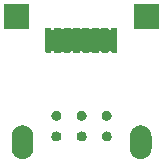
<source format=gts>
G04 #@! TF.GenerationSoftware,KiCad,Pcbnew,7.0.7*
G04 #@! TF.CreationDate,2023-12-22T11:29:53-08:00*
G04 #@! TF.ProjectId,Micro_AGB_Dongle,4d696372-6f5f-4414-9742-5f446f6e676c,rev?*
G04 #@! TF.SameCoordinates,Original*
G04 #@! TF.FileFunction,Soldermask,Top*
G04 #@! TF.FilePolarity,Negative*
%FSLAX46Y46*%
G04 Gerber Fmt 4.6, Leading zero omitted, Abs format (unit mm)*
G04 Created by KiCad (PCBNEW 7.0.7) date 2023-12-22 11:29:53*
%MOMM*%
%LPD*%
G01*
G04 APERTURE LIST*
G04 APERTURE END LIST*
G36*
X227345372Y-128979073D02*
G01*
X227396793Y-128979073D01*
X227441198Y-128988511D01*
X227480533Y-128992386D01*
X227529948Y-129007375D01*
X227586150Y-129019322D01*
X227622115Y-129035334D01*
X227654136Y-129045048D01*
X227705024Y-129072247D01*
X227763000Y-129098060D01*
X227789950Y-129117641D01*
X227814121Y-129130560D01*
X227863429Y-129171026D01*
X227919615Y-129211848D01*
X227937857Y-129232108D01*
X227954353Y-129245646D01*
X227998681Y-129299659D01*
X228049150Y-129355711D01*
X228059752Y-129374074D01*
X228069439Y-129385878D01*
X228105266Y-129452908D01*
X228145943Y-129523362D01*
X228150623Y-129537766D01*
X228154951Y-129545863D01*
X228178810Y-129624517D01*
X228205765Y-129707474D01*
X228206713Y-129716501D01*
X228207613Y-129719466D01*
X228216376Y-129808440D01*
X228226000Y-129900000D01*
X228226000Y-130900000D01*
X228216375Y-130991574D01*
X228207613Y-131080533D01*
X228206714Y-131083496D01*
X228205765Y-131092526D01*
X228178806Y-131175496D01*
X228154951Y-131254136D01*
X228150624Y-131262231D01*
X228145943Y-131276638D01*
X228105259Y-131347103D01*
X228069439Y-131414121D01*
X228059754Y-131425921D01*
X228049150Y-131444289D01*
X227998671Y-131500350D01*
X227954353Y-131554353D01*
X227937861Y-131567887D01*
X227919615Y-131588152D01*
X227863418Y-131628980D01*
X227814121Y-131669439D01*
X227789956Y-131682355D01*
X227763000Y-131701940D01*
X227705012Y-131727757D01*
X227654136Y-131754951D01*
X227622122Y-131764662D01*
X227586150Y-131780678D01*
X227529937Y-131792626D01*
X227480533Y-131807613D01*
X227441207Y-131811486D01*
X227396793Y-131820927D01*
X227345361Y-131820927D01*
X227299999Y-131825395D01*
X227254637Y-131820927D01*
X227203207Y-131820927D01*
X227158793Y-131811486D01*
X227119466Y-131807613D01*
X227070059Y-131792625D01*
X227013850Y-131780678D01*
X226977880Y-131764663D01*
X226945863Y-131754951D01*
X226894981Y-131727754D01*
X226837000Y-131701940D01*
X226810046Y-131682357D01*
X226785878Y-131669439D01*
X226736572Y-131628974D01*
X226680385Y-131588152D01*
X226662141Y-131567890D01*
X226645646Y-131554353D01*
X226601316Y-131500338D01*
X226550850Y-131444289D01*
X226540248Y-131425925D01*
X226530560Y-131414121D01*
X226494726Y-131347080D01*
X226454057Y-131276638D01*
X226449377Y-131262236D01*
X226445048Y-131254136D01*
X226421178Y-131175450D01*
X226394235Y-131092526D01*
X226393286Y-131083501D01*
X226392386Y-131080533D01*
X226383616Y-130991495D01*
X226374000Y-130900000D01*
X226374000Y-129900000D01*
X226383614Y-129808519D01*
X226392386Y-129719466D01*
X226393286Y-129716496D01*
X226394235Y-129707474D01*
X226421174Y-129624564D01*
X226445048Y-129545863D01*
X226449378Y-129537761D01*
X226454057Y-129523362D01*
X226494719Y-129452932D01*
X226530560Y-129385878D01*
X226540250Y-129374070D01*
X226550850Y-129355711D01*
X226601307Y-129299672D01*
X226645646Y-129245646D01*
X226662144Y-129232105D01*
X226680385Y-129211848D01*
X226736561Y-129171033D01*
X226785878Y-129130560D01*
X226810051Y-129117639D01*
X226837000Y-129098060D01*
X226894969Y-129072250D01*
X226945863Y-129045048D01*
X226977887Y-129035333D01*
X227013850Y-129019322D01*
X227070048Y-129007376D01*
X227119466Y-128992386D01*
X227158802Y-128988511D01*
X227203207Y-128979073D01*
X227254628Y-128979073D01*
X227300000Y-128974604D01*
X227345372Y-128979073D01*
G37*
G36*
X237345372Y-128979073D02*
G01*
X237396793Y-128979073D01*
X237441198Y-128988511D01*
X237480533Y-128992386D01*
X237529948Y-129007375D01*
X237586150Y-129019322D01*
X237622115Y-129035334D01*
X237654136Y-129045048D01*
X237705024Y-129072247D01*
X237763000Y-129098060D01*
X237789950Y-129117641D01*
X237814121Y-129130560D01*
X237863429Y-129171026D01*
X237919615Y-129211848D01*
X237937857Y-129232108D01*
X237954353Y-129245646D01*
X237998681Y-129299659D01*
X238049150Y-129355711D01*
X238059752Y-129374074D01*
X238069439Y-129385878D01*
X238105266Y-129452908D01*
X238145943Y-129523362D01*
X238150623Y-129537766D01*
X238154951Y-129545863D01*
X238178810Y-129624517D01*
X238205765Y-129707474D01*
X238206713Y-129716501D01*
X238207613Y-129719466D01*
X238216376Y-129808440D01*
X238226000Y-129900000D01*
X238226000Y-130900000D01*
X238216375Y-130991574D01*
X238207613Y-131080533D01*
X238206714Y-131083496D01*
X238205765Y-131092526D01*
X238178806Y-131175496D01*
X238154951Y-131254136D01*
X238150624Y-131262231D01*
X238145943Y-131276638D01*
X238105259Y-131347103D01*
X238069439Y-131414121D01*
X238059754Y-131425921D01*
X238049150Y-131444289D01*
X237998671Y-131500350D01*
X237954353Y-131554353D01*
X237937861Y-131567887D01*
X237919615Y-131588152D01*
X237863418Y-131628980D01*
X237814121Y-131669439D01*
X237789956Y-131682355D01*
X237763000Y-131701940D01*
X237705012Y-131727757D01*
X237654136Y-131754951D01*
X237622122Y-131764662D01*
X237586150Y-131780678D01*
X237529937Y-131792626D01*
X237480533Y-131807613D01*
X237441207Y-131811486D01*
X237396793Y-131820927D01*
X237345361Y-131820927D01*
X237299999Y-131825395D01*
X237254637Y-131820927D01*
X237203207Y-131820927D01*
X237158793Y-131811486D01*
X237119466Y-131807613D01*
X237070059Y-131792625D01*
X237013850Y-131780678D01*
X236977880Y-131764663D01*
X236945863Y-131754951D01*
X236894981Y-131727754D01*
X236837000Y-131701940D01*
X236810046Y-131682357D01*
X236785878Y-131669439D01*
X236736572Y-131628974D01*
X236680385Y-131588152D01*
X236662141Y-131567890D01*
X236645646Y-131554353D01*
X236601316Y-131500338D01*
X236550850Y-131444289D01*
X236540248Y-131425925D01*
X236530560Y-131414121D01*
X236494726Y-131347080D01*
X236454057Y-131276638D01*
X236449377Y-131262236D01*
X236445048Y-131254136D01*
X236421178Y-131175450D01*
X236394235Y-131092526D01*
X236393286Y-131083501D01*
X236392386Y-131080533D01*
X236383616Y-130991495D01*
X236374000Y-130900000D01*
X236374000Y-129900000D01*
X236383614Y-129808519D01*
X236392386Y-129719466D01*
X236393286Y-129716496D01*
X236394235Y-129707474D01*
X236421174Y-129624564D01*
X236445048Y-129545863D01*
X236449378Y-129537761D01*
X236454057Y-129523362D01*
X236494719Y-129452932D01*
X236530560Y-129385878D01*
X236540250Y-129374070D01*
X236550850Y-129355711D01*
X236601307Y-129299672D01*
X236645646Y-129245646D01*
X236662144Y-129232105D01*
X236680385Y-129211848D01*
X236736561Y-129171033D01*
X236785878Y-129130560D01*
X236810051Y-129117639D01*
X236837000Y-129098060D01*
X236894969Y-129072250D01*
X236945863Y-129045048D01*
X236977887Y-129035333D01*
X237013850Y-129019322D01*
X237070048Y-129007376D01*
X237119466Y-128992386D01*
X237158802Y-128988511D01*
X237203207Y-128979073D01*
X237254628Y-128979073D01*
X237300000Y-128974604D01*
X237345372Y-128979073D01*
G37*
G36*
X230215362Y-129480392D02*
G01*
X230284979Y-129489558D01*
X230292253Y-129492571D01*
X230306641Y-129494850D01*
X230345256Y-129514525D01*
X230387461Y-129532007D01*
X230403064Y-129543980D01*
X230425397Y-129555359D01*
X230450142Y-129580104D01*
X230475466Y-129599536D01*
X230494896Y-129624858D01*
X230519641Y-129649603D01*
X230531020Y-129671936D01*
X230542991Y-129687537D01*
X230560469Y-129729733D01*
X230580150Y-129768359D01*
X230582429Y-129782748D01*
X230585441Y-129790020D01*
X230594602Y-129859605D01*
X230601000Y-129900000D01*
X230594600Y-129940402D01*
X230585441Y-130009979D01*
X230582429Y-130017249D01*
X230580150Y-130031641D01*
X230560469Y-130070266D01*
X230542992Y-130112461D01*
X230531022Y-130128060D01*
X230519641Y-130150397D01*
X230494889Y-130175148D01*
X230475464Y-130200464D01*
X230450148Y-130219889D01*
X230425397Y-130244641D01*
X230403060Y-130256022D01*
X230387461Y-130267992D01*
X230345266Y-130285469D01*
X230306641Y-130305150D01*
X230292249Y-130307429D01*
X230284979Y-130310441D01*
X230215399Y-130319601D01*
X230175000Y-130326000D01*
X230134602Y-130319601D01*
X230065020Y-130310441D01*
X230057748Y-130307429D01*
X230043359Y-130305150D01*
X230004737Y-130285471D01*
X229962538Y-130267992D01*
X229946936Y-130256020D01*
X229924603Y-130244641D01*
X229899854Y-130219892D01*
X229874535Y-130200464D01*
X229855106Y-130175144D01*
X229830359Y-130150397D01*
X229818979Y-130128064D01*
X229807007Y-130112461D01*
X229789525Y-130070256D01*
X229769850Y-130031641D01*
X229767571Y-130017253D01*
X229764558Y-130009979D01*
X229755393Y-129940365D01*
X229749000Y-129900000D01*
X229755392Y-129859642D01*
X229764558Y-129790020D01*
X229767571Y-129782744D01*
X229769850Y-129768359D01*
X229789525Y-129729744D01*
X229807008Y-129687537D01*
X229818981Y-129671932D01*
X229830359Y-129649603D01*
X229855097Y-129624864D01*
X229874534Y-129599534D01*
X229899864Y-129580097D01*
X229924603Y-129555359D01*
X229946932Y-129543981D01*
X229962537Y-129532008D01*
X230004744Y-129514525D01*
X230043359Y-129494850D01*
X230057744Y-129492571D01*
X230065020Y-129489558D01*
X230134639Y-129480392D01*
X230175000Y-129474000D01*
X230215362Y-129480392D01*
G37*
G36*
X232340362Y-129480392D02*
G01*
X232409979Y-129489558D01*
X232417253Y-129492571D01*
X232431641Y-129494850D01*
X232470256Y-129514525D01*
X232512461Y-129532007D01*
X232528064Y-129543980D01*
X232550397Y-129555359D01*
X232575142Y-129580104D01*
X232600466Y-129599536D01*
X232619896Y-129624858D01*
X232644641Y-129649603D01*
X232656020Y-129671936D01*
X232667991Y-129687537D01*
X232685469Y-129729733D01*
X232705150Y-129768359D01*
X232707429Y-129782748D01*
X232710441Y-129790020D01*
X232719601Y-129859602D01*
X232726000Y-129900000D01*
X232719601Y-129940399D01*
X232710441Y-130009979D01*
X232707429Y-130017249D01*
X232705150Y-130031641D01*
X232685469Y-130070266D01*
X232667992Y-130112461D01*
X232656022Y-130128060D01*
X232644641Y-130150397D01*
X232619889Y-130175148D01*
X232600464Y-130200464D01*
X232575148Y-130219889D01*
X232550397Y-130244641D01*
X232528060Y-130256022D01*
X232512461Y-130267992D01*
X232470266Y-130285469D01*
X232431641Y-130305150D01*
X232417249Y-130307429D01*
X232409979Y-130310441D01*
X232340399Y-130319601D01*
X232300000Y-130326000D01*
X232259602Y-130319601D01*
X232190020Y-130310441D01*
X232182748Y-130307429D01*
X232168359Y-130305150D01*
X232129737Y-130285471D01*
X232087538Y-130267992D01*
X232071936Y-130256020D01*
X232049603Y-130244641D01*
X232024854Y-130219892D01*
X231999535Y-130200464D01*
X231980106Y-130175144D01*
X231955359Y-130150397D01*
X231943979Y-130128064D01*
X231932007Y-130112461D01*
X231914525Y-130070256D01*
X231894850Y-130031641D01*
X231892571Y-130017253D01*
X231889558Y-130009979D01*
X231880393Y-129940365D01*
X231874000Y-129900000D01*
X231880392Y-129859642D01*
X231889558Y-129790020D01*
X231892571Y-129782744D01*
X231894850Y-129768359D01*
X231914525Y-129729744D01*
X231932008Y-129687537D01*
X231943981Y-129671932D01*
X231955359Y-129649603D01*
X231980097Y-129624864D01*
X231999534Y-129599534D01*
X232024864Y-129580097D01*
X232049603Y-129555359D01*
X232071932Y-129543981D01*
X232087537Y-129532008D01*
X232129744Y-129514525D01*
X232168359Y-129494850D01*
X232182744Y-129492571D01*
X232190020Y-129489558D01*
X232259639Y-129480392D01*
X232300000Y-129474000D01*
X232340362Y-129480392D01*
G37*
G36*
X234465365Y-129480393D02*
G01*
X234534979Y-129489558D01*
X234542253Y-129492571D01*
X234556641Y-129494850D01*
X234595256Y-129514525D01*
X234637461Y-129532007D01*
X234653064Y-129543980D01*
X234675397Y-129555359D01*
X234700142Y-129580104D01*
X234725466Y-129599536D01*
X234744896Y-129624858D01*
X234769641Y-129649603D01*
X234781020Y-129671936D01*
X234792991Y-129687537D01*
X234810469Y-129729733D01*
X234830150Y-129768359D01*
X234832429Y-129782748D01*
X234835441Y-129790020D01*
X234844602Y-129859605D01*
X234851000Y-129900000D01*
X234844600Y-129940402D01*
X234835441Y-130009979D01*
X234832429Y-130017249D01*
X234830150Y-130031641D01*
X234810469Y-130070266D01*
X234792992Y-130112461D01*
X234781022Y-130128060D01*
X234769641Y-130150397D01*
X234744889Y-130175148D01*
X234725464Y-130200464D01*
X234700148Y-130219889D01*
X234675397Y-130244641D01*
X234653060Y-130256022D01*
X234637461Y-130267992D01*
X234595266Y-130285469D01*
X234556641Y-130305150D01*
X234542249Y-130307429D01*
X234534979Y-130310441D01*
X234465399Y-130319601D01*
X234425000Y-130326000D01*
X234384602Y-130319601D01*
X234315020Y-130310441D01*
X234307748Y-130307429D01*
X234293359Y-130305150D01*
X234254737Y-130285471D01*
X234212538Y-130267992D01*
X234196936Y-130256020D01*
X234174603Y-130244641D01*
X234149854Y-130219892D01*
X234124535Y-130200464D01*
X234105106Y-130175144D01*
X234080359Y-130150397D01*
X234068979Y-130128064D01*
X234057007Y-130112461D01*
X234039525Y-130070256D01*
X234019850Y-130031641D01*
X234017571Y-130017253D01*
X234014558Y-130009979D01*
X234005393Y-129940365D01*
X233999000Y-129900000D01*
X234005392Y-129859642D01*
X234014558Y-129790020D01*
X234017571Y-129782744D01*
X234019850Y-129768359D01*
X234039525Y-129729744D01*
X234057008Y-129687537D01*
X234068981Y-129671932D01*
X234080359Y-129649603D01*
X234105097Y-129624864D01*
X234124534Y-129599534D01*
X234149864Y-129580097D01*
X234174603Y-129555359D01*
X234196932Y-129543981D01*
X234212537Y-129532008D01*
X234254744Y-129514525D01*
X234293359Y-129494850D01*
X234307744Y-129492571D01*
X234315020Y-129489558D01*
X234384642Y-129480392D01*
X234425000Y-129474000D01*
X234465365Y-129480393D01*
G37*
G36*
X230215365Y-127730393D02*
G01*
X230284979Y-127739558D01*
X230292253Y-127742571D01*
X230306641Y-127744850D01*
X230345256Y-127764525D01*
X230387461Y-127782007D01*
X230403064Y-127793980D01*
X230425397Y-127805359D01*
X230450142Y-127830104D01*
X230475466Y-127849536D01*
X230494896Y-127874858D01*
X230519641Y-127899603D01*
X230531020Y-127921936D01*
X230542991Y-127937537D01*
X230560469Y-127979733D01*
X230580150Y-128018359D01*
X230582429Y-128032748D01*
X230585441Y-128040020D01*
X230594602Y-128109605D01*
X230601000Y-128150000D01*
X230594600Y-128190402D01*
X230585441Y-128259979D01*
X230582429Y-128267249D01*
X230580150Y-128281641D01*
X230560469Y-128320266D01*
X230542992Y-128362461D01*
X230531022Y-128378060D01*
X230519641Y-128400397D01*
X230494889Y-128425148D01*
X230475464Y-128450464D01*
X230450148Y-128469889D01*
X230425397Y-128494641D01*
X230403060Y-128506022D01*
X230387461Y-128517992D01*
X230345266Y-128535469D01*
X230306641Y-128555150D01*
X230292249Y-128557429D01*
X230284979Y-128560441D01*
X230215399Y-128569601D01*
X230175000Y-128576000D01*
X230134602Y-128569601D01*
X230065020Y-128560441D01*
X230057748Y-128557429D01*
X230043359Y-128555150D01*
X230004737Y-128535471D01*
X229962538Y-128517992D01*
X229946936Y-128506020D01*
X229924603Y-128494641D01*
X229899854Y-128469892D01*
X229874535Y-128450464D01*
X229855106Y-128425144D01*
X229830359Y-128400397D01*
X229818979Y-128378064D01*
X229807007Y-128362461D01*
X229789525Y-128320256D01*
X229769850Y-128281641D01*
X229767571Y-128267253D01*
X229764558Y-128259979D01*
X229755393Y-128190365D01*
X229749000Y-128150000D01*
X229755392Y-128109642D01*
X229764558Y-128040020D01*
X229767571Y-128032744D01*
X229769850Y-128018359D01*
X229789525Y-127979744D01*
X229807008Y-127937537D01*
X229818981Y-127921932D01*
X229830359Y-127899603D01*
X229855097Y-127874864D01*
X229874534Y-127849534D01*
X229899864Y-127830097D01*
X229924603Y-127805359D01*
X229946932Y-127793981D01*
X229962537Y-127782008D01*
X230004744Y-127764525D01*
X230043359Y-127744850D01*
X230057744Y-127742571D01*
X230065020Y-127739558D01*
X230134642Y-127730392D01*
X230175000Y-127724000D01*
X230215365Y-127730393D01*
G37*
G36*
X232340362Y-127730392D02*
G01*
X232409979Y-127739558D01*
X232417253Y-127742571D01*
X232431641Y-127744850D01*
X232470256Y-127764525D01*
X232512461Y-127782007D01*
X232528064Y-127793980D01*
X232550397Y-127805359D01*
X232575142Y-127830104D01*
X232600466Y-127849536D01*
X232619896Y-127874858D01*
X232644641Y-127899603D01*
X232656020Y-127921936D01*
X232667991Y-127937537D01*
X232685469Y-127979733D01*
X232705150Y-128018359D01*
X232707429Y-128032748D01*
X232710441Y-128040020D01*
X232719601Y-128109602D01*
X232726000Y-128150000D01*
X232719601Y-128190399D01*
X232710441Y-128259979D01*
X232707429Y-128267249D01*
X232705150Y-128281641D01*
X232685469Y-128320266D01*
X232667992Y-128362461D01*
X232656022Y-128378060D01*
X232644641Y-128400397D01*
X232619889Y-128425148D01*
X232600464Y-128450464D01*
X232575148Y-128469889D01*
X232550397Y-128494641D01*
X232528060Y-128506022D01*
X232512461Y-128517992D01*
X232470266Y-128535469D01*
X232431641Y-128555150D01*
X232417249Y-128557429D01*
X232409979Y-128560441D01*
X232340402Y-128569600D01*
X232300000Y-128576000D01*
X232259605Y-128569602D01*
X232190020Y-128560441D01*
X232182748Y-128557429D01*
X232168359Y-128555150D01*
X232129737Y-128535471D01*
X232087538Y-128517992D01*
X232071936Y-128506020D01*
X232049603Y-128494641D01*
X232024854Y-128469892D01*
X231999535Y-128450464D01*
X231980106Y-128425144D01*
X231955359Y-128400397D01*
X231943979Y-128378064D01*
X231932007Y-128362461D01*
X231914525Y-128320256D01*
X231894850Y-128281641D01*
X231892571Y-128267253D01*
X231889558Y-128259979D01*
X231880392Y-128190362D01*
X231874000Y-128150000D01*
X231880392Y-128109639D01*
X231889558Y-128040020D01*
X231892571Y-128032744D01*
X231894850Y-128018359D01*
X231914525Y-127979744D01*
X231932008Y-127937537D01*
X231943981Y-127921932D01*
X231955359Y-127899603D01*
X231980097Y-127874864D01*
X231999534Y-127849534D01*
X232024864Y-127830097D01*
X232049603Y-127805359D01*
X232071932Y-127793981D01*
X232087537Y-127782008D01*
X232129744Y-127764525D01*
X232168359Y-127744850D01*
X232182744Y-127742571D01*
X232190020Y-127739558D01*
X232259639Y-127730392D01*
X232300000Y-127724000D01*
X232340362Y-127730392D01*
G37*
G36*
X234465365Y-127730393D02*
G01*
X234534979Y-127739558D01*
X234542253Y-127742571D01*
X234556641Y-127744850D01*
X234595256Y-127764525D01*
X234637461Y-127782007D01*
X234653064Y-127793980D01*
X234675397Y-127805359D01*
X234700142Y-127830104D01*
X234725466Y-127849536D01*
X234744896Y-127874858D01*
X234769641Y-127899603D01*
X234781020Y-127921936D01*
X234792991Y-127937537D01*
X234810469Y-127979733D01*
X234830150Y-128018359D01*
X234832429Y-128032748D01*
X234835441Y-128040020D01*
X234844602Y-128109605D01*
X234851000Y-128150000D01*
X234844600Y-128190402D01*
X234835441Y-128259979D01*
X234832429Y-128267249D01*
X234830150Y-128281641D01*
X234810469Y-128320266D01*
X234792992Y-128362461D01*
X234781022Y-128378060D01*
X234769641Y-128400397D01*
X234744889Y-128425148D01*
X234725464Y-128450464D01*
X234700148Y-128469889D01*
X234675397Y-128494641D01*
X234653060Y-128506022D01*
X234637461Y-128517992D01*
X234595266Y-128535469D01*
X234556641Y-128555150D01*
X234542249Y-128557429D01*
X234534979Y-128560441D01*
X234465399Y-128569601D01*
X234425000Y-128576000D01*
X234384602Y-128569601D01*
X234315020Y-128560441D01*
X234307748Y-128557429D01*
X234293359Y-128555150D01*
X234254737Y-128535471D01*
X234212538Y-128517992D01*
X234196936Y-128506020D01*
X234174603Y-128494641D01*
X234149854Y-128469892D01*
X234124535Y-128450464D01*
X234105106Y-128425144D01*
X234080359Y-128400397D01*
X234068979Y-128378064D01*
X234057007Y-128362461D01*
X234039525Y-128320256D01*
X234019850Y-128281641D01*
X234017571Y-128267253D01*
X234014558Y-128259979D01*
X234005393Y-128190365D01*
X233999000Y-128150000D01*
X234005392Y-128109642D01*
X234014558Y-128040020D01*
X234017571Y-128032744D01*
X234019850Y-128018359D01*
X234039525Y-127979744D01*
X234057008Y-127937537D01*
X234068981Y-127921932D01*
X234080359Y-127899603D01*
X234105097Y-127874864D01*
X234124534Y-127849534D01*
X234149864Y-127830097D01*
X234174603Y-127805359D01*
X234196932Y-127793981D01*
X234212537Y-127782008D01*
X234254744Y-127764525D01*
X234293359Y-127744850D01*
X234307744Y-127742571D01*
X234315020Y-127739558D01*
X234384642Y-127730392D01*
X234425000Y-127724000D01*
X234465365Y-127730393D01*
G37*
G36*
X229694517Y-120702882D02*
G01*
X229711062Y-120713938D01*
X229722118Y-120730483D01*
X229726000Y-120750000D01*
X229726000Y-120762320D01*
X229747412Y-120869977D01*
X229952582Y-120869981D01*
X229974000Y-120762308D01*
X229974000Y-120750000D01*
X229977882Y-120730483D01*
X229988938Y-120713938D01*
X230005483Y-120702882D01*
X230025000Y-120699000D01*
X230525000Y-120699000D01*
X230544517Y-120702882D01*
X230561062Y-120713938D01*
X230572118Y-120730483D01*
X230573342Y-120736638D01*
X230608188Y-120788786D01*
X230741812Y-120788786D01*
X230776657Y-120736636D01*
X230777882Y-120730483D01*
X230788938Y-120713938D01*
X230805483Y-120702882D01*
X230825000Y-120699000D01*
X231325000Y-120699000D01*
X231344517Y-120702882D01*
X231361062Y-120713938D01*
X231372118Y-120730483D01*
X231373342Y-120736638D01*
X231408188Y-120788786D01*
X231541812Y-120788786D01*
X231576657Y-120736636D01*
X231577882Y-120730483D01*
X231588938Y-120713938D01*
X231605483Y-120702882D01*
X231625000Y-120699000D01*
X232125000Y-120699000D01*
X232144517Y-120702882D01*
X232161062Y-120713938D01*
X232172118Y-120730483D01*
X232173342Y-120736638D01*
X232208188Y-120788786D01*
X232341812Y-120788786D01*
X232376657Y-120736636D01*
X232377882Y-120730483D01*
X232388938Y-120713938D01*
X232405483Y-120702882D01*
X232425000Y-120699000D01*
X232925000Y-120699000D01*
X232944517Y-120702882D01*
X232961062Y-120713938D01*
X232972118Y-120730483D01*
X232973342Y-120736638D01*
X233008188Y-120788786D01*
X233141812Y-120788786D01*
X233176657Y-120736636D01*
X233177882Y-120730483D01*
X233188938Y-120713938D01*
X233205483Y-120702882D01*
X233225000Y-120699000D01*
X233725000Y-120699000D01*
X233744517Y-120702882D01*
X233761062Y-120713938D01*
X233772118Y-120730483D01*
X233773342Y-120736638D01*
X233808188Y-120788786D01*
X233941812Y-120788786D01*
X233976657Y-120736636D01*
X233977882Y-120730483D01*
X233988938Y-120713938D01*
X234005483Y-120702882D01*
X234025000Y-120699000D01*
X234525000Y-120699000D01*
X234544517Y-120702882D01*
X234561062Y-120713938D01*
X234572118Y-120730483D01*
X234576000Y-120750000D01*
X234576000Y-120762320D01*
X234597412Y-120869977D01*
X234802582Y-120869981D01*
X234824000Y-120762308D01*
X234824000Y-120750000D01*
X234827882Y-120730483D01*
X234838938Y-120713938D01*
X234855483Y-120702882D01*
X234875000Y-120699000D01*
X235275000Y-120699000D01*
X235294517Y-120702882D01*
X235311062Y-120713938D01*
X235322118Y-120730483D01*
X235326000Y-120750000D01*
X235326000Y-122750000D01*
X235322118Y-122769517D01*
X235311062Y-122786062D01*
X235294517Y-122797118D01*
X235275000Y-122801000D01*
X234875000Y-122801000D01*
X234855483Y-122797118D01*
X234838938Y-122786062D01*
X234827882Y-122769517D01*
X234824000Y-122750000D01*
X234824000Y-122737686D01*
X234802585Y-122630020D01*
X234597415Y-122630020D01*
X234576000Y-122737683D01*
X234576000Y-122750000D01*
X234572118Y-122769517D01*
X234561062Y-122786062D01*
X234544517Y-122797118D01*
X234525000Y-122801000D01*
X234025000Y-122801000D01*
X234005483Y-122797118D01*
X233988938Y-122786062D01*
X233977882Y-122769517D01*
X233976657Y-122763360D01*
X233941813Y-122711213D01*
X233808187Y-122711213D01*
X233773342Y-122763359D01*
X233772118Y-122769517D01*
X233761062Y-122786062D01*
X233744517Y-122797118D01*
X233725000Y-122801000D01*
X233225000Y-122801000D01*
X233205483Y-122797118D01*
X233188938Y-122786062D01*
X233177882Y-122769517D01*
X233176657Y-122763360D01*
X233141813Y-122711213D01*
X233008187Y-122711213D01*
X232973342Y-122763359D01*
X232972118Y-122769517D01*
X232961062Y-122786062D01*
X232944517Y-122797118D01*
X232925000Y-122801000D01*
X232425000Y-122801000D01*
X232405483Y-122797118D01*
X232388938Y-122786062D01*
X232377882Y-122769517D01*
X232376657Y-122763360D01*
X232341813Y-122711213D01*
X232208187Y-122711213D01*
X232173342Y-122763359D01*
X232172118Y-122769517D01*
X232161062Y-122786062D01*
X232144517Y-122797118D01*
X232125000Y-122801000D01*
X231625000Y-122801000D01*
X231605483Y-122797118D01*
X231588938Y-122786062D01*
X231577882Y-122769517D01*
X231576657Y-122763360D01*
X231541813Y-122711213D01*
X231408187Y-122711213D01*
X231373342Y-122763359D01*
X231372118Y-122769517D01*
X231361062Y-122786062D01*
X231344517Y-122797118D01*
X231325000Y-122801000D01*
X230825000Y-122801000D01*
X230805483Y-122797118D01*
X230788938Y-122786062D01*
X230777882Y-122769517D01*
X230776657Y-122763360D01*
X230741813Y-122711213D01*
X230608187Y-122711213D01*
X230573342Y-122763359D01*
X230572118Y-122769517D01*
X230561062Y-122786062D01*
X230544517Y-122797118D01*
X230525000Y-122801000D01*
X230025000Y-122801000D01*
X230005483Y-122797118D01*
X229988938Y-122786062D01*
X229977882Y-122769517D01*
X229974000Y-122750000D01*
X229974000Y-122737686D01*
X229952585Y-122630020D01*
X229747415Y-122630020D01*
X229726000Y-122737683D01*
X229726000Y-122750000D01*
X229722118Y-122769517D01*
X229711062Y-122786062D01*
X229694517Y-122797118D01*
X229675000Y-122801000D01*
X229275000Y-122801000D01*
X229255483Y-122797118D01*
X229238938Y-122786062D01*
X229227882Y-122769517D01*
X229224000Y-122750000D01*
X229224000Y-120750000D01*
X229227882Y-120730483D01*
X229238938Y-120713938D01*
X229255483Y-120702882D01*
X229275000Y-120699000D01*
X229675000Y-120699000D01*
X229694517Y-120702882D01*
G37*
G36*
X227794517Y-118702882D02*
G01*
X227811062Y-118713938D01*
X227822118Y-118730483D01*
X227826000Y-118750000D01*
X227826000Y-120750000D01*
X227822118Y-120769517D01*
X227811062Y-120786062D01*
X227794517Y-120797118D01*
X227775000Y-120801000D01*
X225775000Y-120801000D01*
X225755483Y-120797118D01*
X225738938Y-120786062D01*
X225727882Y-120769517D01*
X225724000Y-120750000D01*
X225724000Y-118750000D01*
X225727882Y-118730483D01*
X225738938Y-118713938D01*
X225755483Y-118702882D01*
X225775000Y-118699000D01*
X227775000Y-118699000D01*
X227794517Y-118702882D01*
G37*
G36*
X238794517Y-118702882D02*
G01*
X238811062Y-118713938D01*
X238822118Y-118730483D01*
X238826000Y-118750000D01*
X238826000Y-120750000D01*
X238822118Y-120769517D01*
X238811062Y-120786062D01*
X238794517Y-120797118D01*
X238775000Y-120801000D01*
X236775000Y-120801000D01*
X236755483Y-120797118D01*
X236738938Y-120786062D01*
X236727882Y-120769517D01*
X236724000Y-120750000D01*
X236724000Y-118750000D01*
X236727882Y-118730483D01*
X236738938Y-118713938D01*
X236755483Y-118702882D01*
X236775000Y-118699000D01*
X238775000Y-118699000D01*
X238794517Y-118702882D01*
G37*
M02*

</source>
